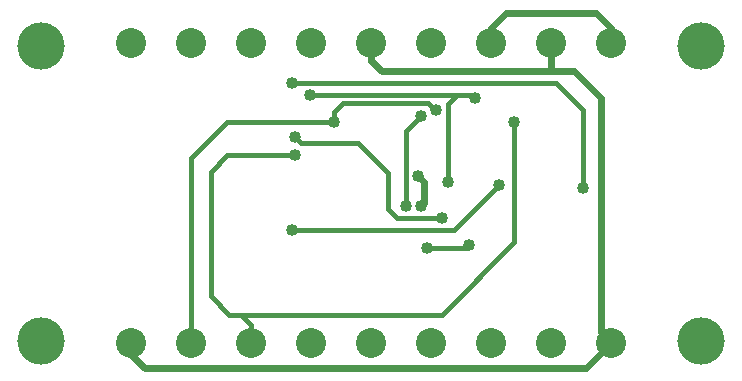
<source format=gbl>
G04 (created by PCBNEW (2013-07-07 BZR 4022)-stable) date 25/7/2559 14:55:53*
%MOIN*%
G04 Gerber Fmt 3.4, Leading zero omitted, Abs format*
%FSLAX34Y34*%
G01*
G70*
G90*
G04 APERTURE LIST*
%ADD10C,0.00590551*%
%ADD11C,0.1*%
%ADD12C,0.1575*%
%ADD13C,0.04*%
%ADD14C,0.024*%
%ADD15C,0.015*%
G04 APERTURE END LIST*
G54D10*
G54D11*
X53600Y-33800D03*
X51600Y-33800D03*
X55600Y-33800D03*
X49600Y-33800D03*
X47600Y-33800D03*
X53600Y-43800D03*
X55600Y-43800D03*
X57600Y-43800D03*
X59600Y-43800D03*
X61600Y-43800D03*
X63600Y-43800D03*
X47600Y-43800D03*
X49600Y-43800D03*
X51600Y-43800D03*
X59600Y-33800D03*
X57600Y-33800D03*
X63600Y-33800D03*
X61600Y-33800D03*
G54D12*
X66600Y-33900D03*
X66600Y-43742D03*
X44600Y-33900D03*
X44600Y-43742D03*
G54D13*
X57250Y-39250D03*
X57150Y-38250D03*
X57450Y-40650D03*
X58850Y-40550D03*
X57750Y-36050D03*
X54350Y-36450D03*
X60350Y-36450D03*
X53050Y-37550D03*
X62650Y-38650D03*
X52950Y-35150D03*
X57250Y-36250D03*
X56750Y-39250D03*
X52950Y-40050D03*
X59850Y-38550D03*
X58150Y-38450D03*
X59050Y-35650D03*
X53550Y-35550D03*
X57950Y-39650D03*
X53050Y-36950D03*
G54D14*
X59600Y-33800D02*
X59600Y-33300D01*
X59600Y-33300D02*
X60100Y-32800D01*
X60100Y-32800D02*
X63100Y-32800D01*
X63100Y-32800D02*
X63600Y-33300D01*
X63600Y-33300D02*
X63600Y-33800D01*
X61600Y-33800D02*
X61600Y-34750D01*
X63250Y-36350D02*
X63250Y-35650D01*
X63250Y-35650D02*
X62350Y-34750D01*
X62350Y-34750D02*
X61600Y-34750D01*
X55600Y-34400D02*
X55600Y-33800D01*
X61600Y-34750D02*
X55950Y-34750D01*
X55950Y-34750D02*
X55600Y-34400D01*
X57250Y-39250D02*
X57350Y-39150D01*
X57350Y-39150D02*
X57350Y-38450D01*
X57350Y-38450D02*
X57150Y-38250D01*
X47600Y-43800D02*
X47600Y-44200D01*
X62750Y-44650D02*
X63600Y-43800D01*
X48050Y-44650D02*
X62750Y-44650D01*
X47600Y-44200D02*
X48050Y-44650D01*
X63250Y-43450D02*
X63600Y-43800D01*
X63250Y-36350D02*
X63250Y-43450D01*
G54D15*
X58750Y-40650D02*
X57450Y-40650D01*
X58850Y-40550D02*
X58750Y-40650D01*
X49600Y-43050D02*
X49600Y-37650D01*
X50800Y-36450D02*
X54350Y-36450D01*
X49600Y-37650D02*
X50800Y-36450D01*
X49600Y-43800D02*
X49600Y-43050D01*
X54350Y-36450D02*
X54350Y-36100D01*
X54350Y-36100D02*
X54650Y-35800D01*
X54650Y-35800D02*
X57500Y-35800D01*
X57500Y-35800D02*
X57750Y-36050D01*
X49600Y-43800D02*
X49700Y-43800D01*
X52950Y-36450D02*
X54350Y-36450D01*
X56780Y-42860D02*
X57940Y-42860D01*
X57940Y-42860D02*
X60350Y-40450D01*
X51600Y-43800D02*
X51600Y-43190D01*
X51600Y-43190D02*
X51270Y-42860D01*
X50250Y-41730D02*
X50250Y-42240D01*
X50870Y-42860D02*
X51270Y-42860D01*
X51270Y-42860D02*
X56780Y-42860D01*
X50250Y-42240D02*
X50870Y-42860D01*
X50250Y-40410D02*
X50250Y-38100D01*
X50800Y-37550D02*
X53050Y-37550D01*
X50250Y-38100D02*
X50800Y-37550D01*
X60350Y-40450D02*
X60350Y-40250D01*
X60350Y-40350D02*
X60350Y-40250D01*
X60350Y-40250D02*
X60350Y-36450D01*
X50250Y-41730D02*
X50250Y-40410D01*
X62650Y-36050D02*
X62650Y-38650D01*
X61750Y-35150D02*
X62650Y-36050D01*
X52950Y-35150D02*
X61750Y-35150D01*
X56750Y-39250D02*
X56750Y-36750D01*
X56750Y-36750D02*
X57250Y-36250D01*
X58350Y-40050D02*
X52950Y-40050D01*
X59850Y-38550D02*
X58350Y-40050D01*
X58150Y-36450D02*
X58150Y-35850D01*
X58150Y-38450D02*
X58150Y-36450D01*
X58450Y-35550D02*
X58150Y-35850D01*
X53550Y-35550D02*
X58450Y-35550D01*
X58450Y-35550D02*
X59050Y-35550D01*
X56450Y-39650D02*
X57950Y-39650D01*
X56150Y-39350D02*
X56450Y-39650D01*
X56150Y-38150D02*
X56150Y-39350D01*
X55150Y-37150D02*
X56150Y-38150D01*
X53250Y-37150D02*
X55150Y-37150D01*
X53050Y-36950D02*
X53250Y-37150D01*
M02*

</source>
